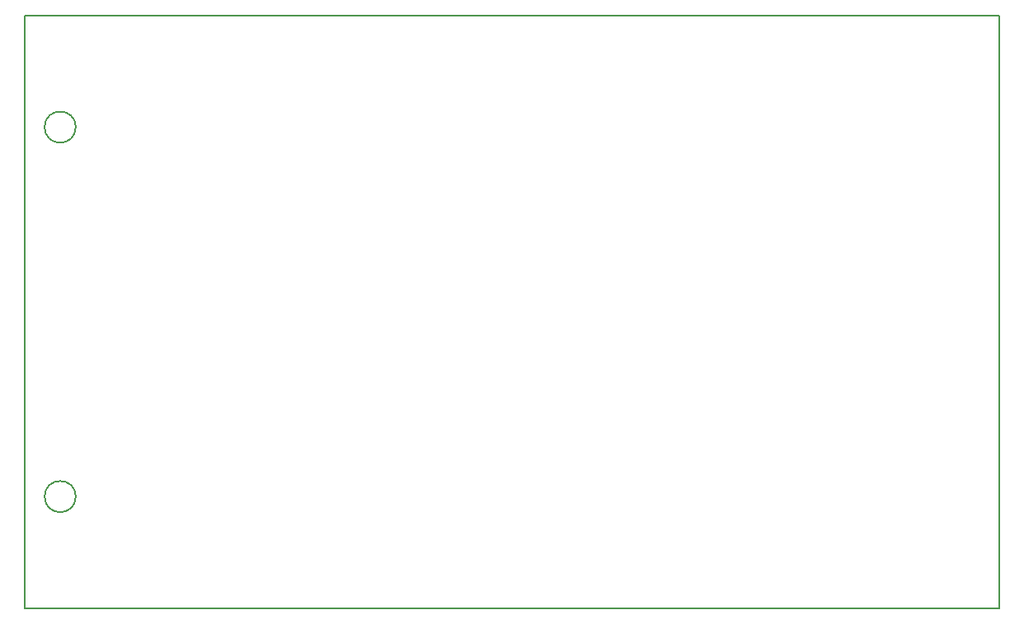
<source format=gm1>
G04 #@! TF.FileFunction,Profile,NP*
%FSLAX46Y46*%
G04 Gerber Fmt 4.6, Leading zero omitted, Abs format (unit mm)*
G04 Created by KiCad (PCBNEW 4.0.6) date 01/22/18 19:18:38*
%MOMM*%
%LPD*%
G01*
G04 APERTURE LIST*
%ADD10C,0.100000*%
%ADD11C,0.150000*%
G04 APERTURE END LIST*
D10*
D11*
X244000000Y-93000000D02*
X144000000Y-93000000D01*
X244000000Y-154000000D02*
X244000000Y-93000000D01*
X144000000Y-154000000D02*
X244000000Y-154000000D01*
X144000000Y-93000000D02*
X144000000Y-154000000D01*
X149200000Y-104500000D02*
G75*
G03X149200000Y-104500000I-1600000J0D01*
G01*
X149200000Y-142500000D02*
G75*
G03X149200000Y-142500000I-1600000J0D01*
G01*
M02*

</source>
